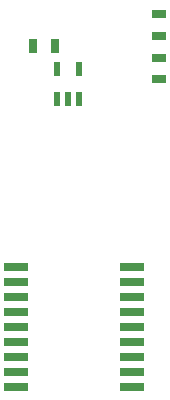
<source format=gtp>
G75*
%MOIN*%
%OFA0B0*%
%FSLAX24Y24*%
%IPPOS*%
%LPD*%
%AMOC8*
5,1,8,0,0,1.08239X$1,22.5*
%
%ADD10R,0.0472X0.0315*%
%ADD11R,0.0800X0.0260*%
%ADD12R,0.0217X0.0472*%
%ADD13R,0.0315X0.0472*%
D10*
X011400Y013115D03*
X011400Y013824D03*
X011390Y014565D03*
X011390Y015274D03*
D11*
X006640Y002870D03*
X006640Y003370D03*
X006640Y003870D03*
X006640Y004370D03*
X006640Y004870D03*
X006640Y005370D03*
X006640Y005870D03*
X006640Y006370D03*
X006640Y006870D03*
X010500Y006870D03*
X010500Y006370D03*
X010500Y005870D03*
X010500Y005370D03*
X010500Y004870D03*
X010500Y004370D03*
X010500Y003870D03*
X010500Y003370D03*
X010500Y002870D03*
D12*
X008754Y012448D03*
X008380Y012448D03*
X008006Y012448D03*
X008006Y013472D03*
X008754Y013472D03*
D13*
X007924Y014230D03*
X007216Y014230D03*
M02*

</source>
